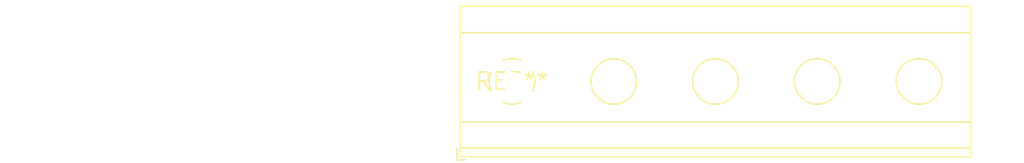
<source format=kicad_pcb>
(kicad_pcb (version 20240108) (generator pcbnew)
  (layers (0 "F.Cu" signal) (31 "B.Cu" signal) (34 "B.Paste" user) (35 "F.Paste" user) (36 "B.SilkS" user "B.Silkscreen") (37 "F.SilkS" user "F.Silkscreen") (38 "B.Mask" user) (39 "F.Mask" user) (44 "Edge.Cuts" user))
  (net 0 "")
  (footprint "TerminalBlock_MetzConnect_Type175_RT02705HBLC_1x05_P7.50mm_Horizontal" (layer "F.Cu") (at 0 0)
    (property "Reference" "REF**")
    (property "Value" "TerminalBlock_MetzConnect_Type175_RT02705HBLC_1x05_P7.50mm_Horizontal")
    (fp_line (start -4.05 4.96) (end -4.05 5.8) (layer "F.SilkS") (stroke (width 0.12)))
    (fp_line (start -4.05 5.8) (end -3.45 5.8) (layer "F.SilkS") (stroke (width 0.12)))
    (fp_line (start -3.81 -5.56) (end -3.81 5.56) (layer "F.SilkS") (stroke (width 0.12)))
    (fp_line (start -3.81 -5.56) (end 33.81 -5.56) (layer "F.SilkS") (stroke (width 0.12)))
    (fp_line (start -3.81 -3.6) (end 33.81 -3.6) (layer "F.SilkS") (stroke (width 0.12)))
    (fp_line (start -3.81 3) (end 33.81 3) (layer "F.SilkS") (stroke (width 0.12)))
    (fp_line (start -3.81 4.9) (end 33.81 4.9) (layer "F.SilkS") (stroke (width 0.12)))
    (fp_line (start -3.81 5.56) (end 33.81 5.56) (layer "F.SilkS") (stroke (width 0.12)))
    (fp_line (start 6.273 1.023) (end 6.226 1.069) (layer "F.SilkS") (stroke (width 0.12)))
    (fp_line (start 6.466 1.239) (end 6.431 1.274) (layer "F.SilkS") (stroke (width 0.12)))
    (fp_line (start 8.57 -1.275) (end 8.535 -1.239) (layer "F.SilkS") (stroke (width 0.12)))
    (fp_line (start 8.775 -1.069) (end 8.728 -1.023) (layer "F.SilkS") (stroke (width 0.12)))
    (fp_line (start 13.773 1.023) (end 13.726 1.069) (layer "F.SilkS") (stroke (width 0.12)))
    (fp_line (start 13.966 1.239) (end 13.931 1.274) (layer "F.SilkS") (stroke (width 0.12)))
    (fp_line (start 16.07 -1.275) (end 16.035 -1.239) (layer "F.SilkS") (stroke (width 0.12)))
    (fp_line (start 16.275 -1.069) (end 16.228 -1.023) (layer "F.SilkS") (stroke (width 0.12)))
    (fp_line (start 21.273 1.023) (end 21.226 1.069) (layer "F.SilkS") (stroke (width 0.12)))
    (fp_line (start 21.466 1.239) (end 21.431 1.274) (layer "F.SilkS") (stroke (width 0.12)))
    (fp_line (start 23.57 -1.275) (end 23.535 -1.239) (layer "F.SilkS") (stroke (width 0.12)))
    (fp_line (start 23.775 -1.069) (end 23.728 -1.023) (layer "F.SilkS") (stroke (width 0.12)))
    (fp_line (start 28.773 1.023) (end 28.726 1.069) (layer "F.SilkS") (stroke (width 0.12)))
    (fp_line (start 28.966 1.239) (end 28.931 1.274) (layer "F.SilkS") (stroke (width 0.12)))
    (fp_line (start 31.07 -1.275) (end 31.035 -1.239) (layer "F.SilkS") (stroke (width 0.12)))
    (fp_line (start 31.275 -1.069) (end 31.228 -1.023) (layer "F.SilkS") (stroke (width 0.12)))
    (fp_line (start 33.81 -5.56) (end 33.81 5.56) (layer "F.SilkS") (stroke (width 0.12)))
    (fp_arc (start -1.535427 0.683042) (mid -1.680501 -0.000524) (end -1.535 -0.684) (layer "F.SilkS") (stroke (width 0.12)))
    (fp_arc (start -0.683042 -1.535427) (mid 0.000524 -1.680501) (end 0.684 -1.535) (layer "F.SilkS") (stroke (width 0.12)))
    (fp_arc (start 0.028805 1.680253) (mid -0.335551 1.646659) (end -0.684 1.535) (layer "F.SilkS") (stroke (width 0.12)))
    (fp_arc (start 0.683318 1.534756) (mid 0.349292 1.643288) (end 0 1.68) (layer "F.SilkS") (stroke (width 0.12)))
    (fp_arc (start 1.535427 -0.683042) (mid 1.680501 0.000524) (end 1.535 0.684) (layer "F.SilkS") (stroke (width 0.12)))
    (fp_circle (center 7.5 0) (end 9.18 0) (layer "F.SilkS") (stroke (width 0.12)) (fill none))
    (fp_circle (center 15 0) (end 16.68 0) (layer "F.SilkS") (stroke (width 0.12)) (fill none))
    (fp_circle (center 22.5 0) (end 24.18 0) (layer "F.SilkS") (stroke (width 0.12)) (fill none))
    (fp_circle (center 30 0) (end 31.68 0) (layer "F.SilkS") (stroke (width 0.12)) (fill none))
    (pad "1" thru_hole rect (at 0 0) (size 2.6 2.6) (drill 1.4) (layers *.Cu *.Mask) (remove_unused_layers))
    (pad "2" thru_hole circle (at 7.5 0) (size 2.6 2.6) (drill 1.4) (layers *.Cu *.Mask) (remove_unused_layers))
    (pad "3" thru_hole circle (at 15 0) (size 2.6 2.6) (drill 1.4) (layers *.Cu *.Mask) (remove_unused_layers))
    (pad "4" thru_hole circle (at 22.5 0) (size 2.6 2.6) (drill 1.4) (layers *.Cu *.Mask) (remove_unused_layers))
    (pad "5" thru_hole circle (at 30 0) (size 2.6 2.6) (drill 1.4) (layers *.Cu *.Mask) (remove_unused_layers))
  )
)
</source>
